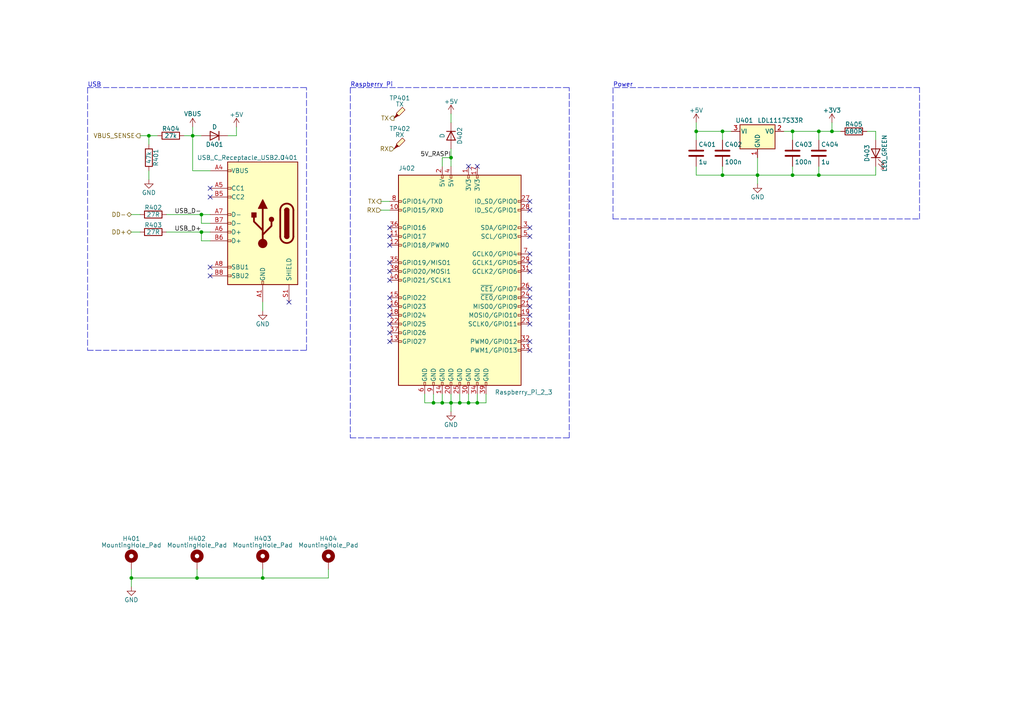
<source format=kicad_sch>
(kicad_sch (version 20211123) (generator eeschema)
  (paper "A4")
  (title_block (title "Caesar") (date "2022-08-17") (rev "2.1") (company "luhbots") (comment 1 "USB connection for uploading code") (comment 2 "Raspberry Pi connection for configuration") (comment 3 "Clean +3V3 Generation from USB or Raspberry Pi +5V"))
  (lib_symbols
    (symbol "Connector:Raspberry_Pi_2_3" (pin_names (offset 1.016))
      (property "Reference" "J" (at -17.78 31.75 0))
      (property "Value" "Raspberry_Pi_2_3" (at 10.16 -31.75 0))
      (symbol "Raspberry_Pi_2_3_0_1"
        (rectangle (start -17.78 30.48) (end 17.78 -30.48) (stroke (width 0.254)) (fill (type background)))
      )
      (symbol "Raspberry_Pi_2_3_1_1"
        (rectangle (start -16.891 -17.526) (end -17.78 -18.034))
        (rectangle (start -16.891 -14.986) (end -17.78 -15.494))
        (rectangle (start -16.891 -12.446) (end -17.78 -12.954))
        (rectangle (start -16.891 -9.906) (end -17.78 -10.414))
        (rectangle (start -16.891 -7.366) (end -17.78 -7.874))
        (rectangle (start -16.891 -4.826) (end -17.78 -5.334))
        (rectangle (start -16.891 0.254) (end -17.78 -0.254))
        (rectangle (start -16.891 2.794) (end -17.78 2.286))
        (rectangle (start -16.891 5.334) (end -17.78 4.826))
        (rectangle (start -16.891 10.414) (end -17.78 9.906))
        (rectangle (start -16.891 12.954) (end -17.78 12.446))
        (rectangle (start -16.891 15.494) (end -17.78 14.986))
        (rectangle (start -16.891 20.574) (end -17.78 20.066))
        (rectangle (start -16.891 23.114) (end -17.78 22.606))
        (rectangle (start -10.414 -29.591) (end -9.906 -30.48))
        (rectangle (start -7.874 -29.591) (end -7.366 -30.48))
        (rectangle (start -5.334 -29.591) (end -4.826 -30.48))
        (rectangle (start -5.334 30.48) (end -4.826 29.591))
        (rectangle (start -2.794 -29.591) (end -2.286 -30.48))
        (rectangle (start -2.794 30.48) (end -2.286 29.591))
        (rectangle (start -0.254 -29.591) (end 0.254 -30.48))
        (rectangle (start 2.286 -29.591) (end 2.794 -30.48))
        (rectangle (start 2.286 30.48) (end 2.794 29.591))
        (rectangle (start 4.826 -29.591) (end 5.334 -30.48))
        (rectangle (start 4.826 30.48) (end 5.334 29.591))
        (rectangle (start 7.366 -29.591) (end 7.874 -30.48))
        (rectangle (start 17.78 -20.066) (end 16.891 -20.574))
        (rectangle (start 17.78 -17.526) (end 16.891 -18.034))
        (rectangle (start 17.78 -12.446) (end 16.891 -12.954))
        (rectangle (start 17.78 -9.906) (end 16.891 -10.414))
        (rectangle (start 17.78 -7.366) (end 16.891 -7.874))
        (rectangle (start 17.78 -4.826) (end 16.891 -5.334))
        (rectangle (start 17.78 -2.286) (end 16.891 -2.794))
        (rectangle (start 17.78 2.794) (end 16.891 2.286))
        (rectangle (start 17.78 5.334) (end 16.891 4.826))
        (rectangle (start 17.78 7.874) (end 16.891 7.366))
        (rectangle (start 17.78 12.954) (end 16.891 12.446))
        (rectangle (start 17.78 15.494) (end 16.891 14.986))
        (rectangle (start 17.78 20.574) (end 16.891 20.066))
        (rectangle (start 17.78 23.114) (end 16.891 22.606))
        (pin power_in line (at 2.54 33.02 270) (length 2.54) (name "3V3") (number "1"))
        (pin bidirectional line (at -20.32 20.32 0) (length 2.54) (name "GPIO15/RXD") (number "10"))
        (pin bidirectional line (at -20.32 12.7 0) (length 2.54) (name "GPIO17") (number "11"))
        (pin bidirectional line (at -20.32 10.16 0) (length 2.54) (name "GPIO18/PWM0") (number "12"))
        (pin bidirectional line (at -20.32 -17.78 0) (length 2.54) (name "GPIO27") (number "13"))
        (pin power_in line (at -5.08 -33.02 90) (length 2.54) (name "GND") (number "14"))
        (pin bidirectional line (at -20.32 -5.08 0) (length 2.54) (name "GPIO22") (number "15"))
        (pin bidirectional line (at -20.32 -7.62 0) (length 2.54) (name "GPIO23") (number "16"))
        (pin power_in line (at 5.08 33.02 270) (length 2.54) (name "3V3") (number "17"))
        (pin bidirectional line (at -20.32 -10.16 0) (length 2.54) (name "GPIO24") (number "18"))
        (pin bidirectional line (at 20.32 -10.16 180) (length 2.54) (name "MOSI0/GPIO10") (number "19"))
        (pin power_in line (at -5.08 33.02 270) (length 2.54) (name "5V") (number "2"))
        (pin power_in line (at -2.54 -33.02 90) (length 2.54) (name "GND") (number "20"))
        (pin bidirectional line (at 20.32 -7.62 180) (length 2.54) (name "MISO0/GPIO9") (number "21"))
        (pin bidirectional line (at -20.32 -12.7 0) (length 2.54) (name "GPIO25") (number "22"))
        (pin bidirectional line (at 20.32 -12.7 180) (length 2.54) (name "SCLK0/GPIO11") (number "23"))
        (pin bidirectional line (at 20.32 -5.08 180) (length 2.54) (name "~{CE0}/GPIO8") (number "24"))
        (pin power_in line (at 0 -33.02 90) (length 2.54) (name "GND") (number "25"))
        (pin bidirectional line (at 20.32 -2.54 180) (length 2.54) (name "~{CE1}/GPIO7") (number "26"))
        (pin bidirectional line (at 20.32 22.86 180) (length 2.54) (name "ID_SD/GPIO0") (number "27"))
        (pin bidirectional line (at 20.32 20.32 180) (length 2.54) (name "ID_SC/GPIO1") (number "28"))
        (pin bidirectional line (at 20.32 5.08 180) (length 2.54) (name "GCLK1/GPIO5") (number "29"))
        (pin bidirectional line (at 20.32 15.24 180) (length 2.54) (name "SDA/GPIO2") (number "3"))
        (pin power_in line (at 2.54 -33.02 90) (length 2.54) (name "GND") (number "30"))
        (pin bidirectional line (at 20.32 2.54 180) (length 2.54) (name "GCLK2/GPIO6") (number "31"))
        (pin bidirectional line (at 20.32 -17.78 180) (length 2.54) (name "PWM0/GPIO12") (number "32"))
        (pin bidirectional line (at 20.32 -20.32 180) (length 2.54) (name "PWM1/GPIO13") (number "33"))
        (pin power_in line (at 5.08 -33.02 90) (length 2.54) (name "GND") (number "34"))
        (pin bidirectional line (at -20.32 5.08 0) (length 2.54) (name "GPIO19/MISO1") (number "35"))
        (pin bidirectional line (at -20.32 15.24 0) (length 2.54) (name "GPIO16") (number "36"))
        (pin bidirectional line (at -20.32 -15.24 0) (length 2.54) (name "GPIO26") (number "37"))
        (pin bidirectional line (at -20.32 2.54 0) (length 2.54) (name "GPIO20/MOSI1") (number "38"))
        (pin power_in line (at 7.62 -33.02 90) (length 2.54) (name "GND") (number "39"))
        (pin power_in line (at -2.54 33.02 270) (length 2.54) (name "5V") (number "4"))
        (pin bidirectional line (at -20.32 0 0) (length 2.54) (name "GPIO21/SCLK1") (number "40"))
        (pin bidirectional line (at 20.32 12.7 180) (length 2.54) (name "SCL/GPIO3") (number "5"))
        (pin power_in line (at -10.16 -33.02 90) (length 2.54) (name "GND") (number "6"))
        (pin bidirectional line (at 20.32 7.62 180) (length 2.54) (name "GCLK0/GPIO4") (number "7"))
        (pin bidirectional line (at -20.32 22.86 0) (length 2.54) (name "GPIO14/TXD") (number "8"))
        (pin power_in line (at -7.62 -33.02 90) (length 2.54) (name "GND") (number "9"))
      )
    )
    (symbol "Connector:TestPoint_Probe" (pin_numbers hide) (pin_names (offset 0.762) hide)
      (property "Reference" "TP" (at 1.651 5.842 0))
      (property "Value" "TestPoint_Probe" (at 1.651 4.064 0))
      (symbol "TestPoint_Probe_0_1"
        (polyline (pts (xy 1.27 0.762) (xy 0 0) (xy 0.762 1.27) (xy 1.27 0.762)) (fill (type outline)))
        (polyline (pts (xy 1.397 0.635) (xy 0.635 1.397) (xy 2.413 3.175) (xy 3.175 2.413) (xy 1.397 0.635)) (fill (type background)))
      )
      (symbol "TestPoint_Probe_1_1"
        (pin passive line (at 0 0 90) (length 0) (name "1") (number "1"))
      )
    )
    (symbol "Connector:USB_C_Receptacle_USB2.0" (pin_names (offset 1.016))
      (property "Reference" "J" (at -10.16 19.05 0))
      (property "Value" "USB_C_Receptacle_USB2.0" (at 19.05 19.05 0))
      (symbol "USB_C_Receptacle_USB2.0_0_0"
        (rectangle (start -0.254 -17.78) (end 0.254 -16.764))
        (rectangle (start 10.16 -14.986) (end 9.144 -15.494))
        (rectangle (start 10.16 -12.446) (end 9.144 -12.954))
        (rectangle (start 10.16 -4.826) (end 9.144 -5.334))
        (rectangle (start 10.16 -2.286) (end 9.144 -2.794))
        (rectangle (start 10.16 0.254) (end 9.144 -0.254))
        (rectangle (start 10.16 2.794) (end 9.144 2.286))
        (rectangle (start 10.16 7.874) (end 9.144 7.366))
        (rectangle (start 10.16 10.414) (end 9.144 9.906))
        (rectangle (start 10.16 15.494) (end 9.144 14.986))
      )
      (symbol "USB_C_Receptacle_USB2.0_0_1"
        (rectangle (start -10.16 17.78) (end 10.16 -17.78) (stroke (width 0.254)) (fill (type background)))
        (arc (start -8.89 -3.81) (mid -6.985 -5.715) (end -5.08 -3.81) (stroke (width 0.508)))
        (arc (start -7.62 -3.81) (mid -6.985 -4.445) (end -6.35 -3.81) (stroke (width 0.254)))
        (arc (start -7.62 -3.81) (mid -6.985 -4.445) (end -6.35 -3.81) (stroke (width 0.254)) (fill (type outline)))
        (rectangle (start -7.62 -3.81) (end -6.35 3.81) (stroke (width 0.254)) (fill (type outline)))
        (arc (start -6.35 3.81) (mid -6.985 4.445) (end -7.62 3.81) (stroke (width 0.254)))
        (arc (start -6.35 3.81) (mid -6.985 4.445) (end -7.62 3.81) (stroke (width 0.254)) (fill (type outline)))
        (arc (start -5.08 3.81) (mid -6.985 5.715) (end -8.89 3.81) (stroke (width 0.508)))
        (circle (center -2.54 1.143) (radius 0.635) (stroke (width 0.254)) (fill (type outline)))
        (circle (center 0 -5.842) (radius 1.27) (fill (type outline)))
        (polyline (pts (xy -8.89 -3.81) (xy -8.89 3.81)) (stroke (width 0.508)))
        (polyline (pts (xy -5.08 3.81) (xy -5.08 -3.81)) (stroke (width 0.508)))
        (polyline (pts (xy 0 -5.842) (xy 0 4.318)) (stroke (width 0.508)))
        (polyline (pts (xy 0 -3.302) (xy -2.54 -0.762) (xy -2.54 0.508)) (stroke (width 0.508)))
        (polyline (pts (xy 0 -2.032) (xy 2.54 0.508) (xy 2.54 1.778)) (stroke (width 0.508)))
        (polyline (pts (xy -1.27 4.318) (xy 0 6.858) (xy 1.27 4.318) (xy -1.27 4.318)) (stroke (width 0.254)) (fill (type outline)))
        (rectangle (start 1.905 1.778) (end 3.175 3.048) (stroke (width 0.254)) (fill (type outline)))
      )
      (symbol "USB_C_Receptacle_USB2.0_1_1"
        (pin passive line (at 0 -22.86 90) (length 5.08) (name "GND") (number "A1"))
        (pin passive line (at 0 -22.86 90) (length 5.08) hide (name "GND") (number "A12"))
        (pin passive line (at 15.24 15.24 180) (length 5.08) (name "VBUS") (number "A4"))
        (pin bidirectional line (at 15.24 10.16 180) (length 5.08) (name "CC1") (number "A5"))
        (pin bidirectional line (at 15.24 -2.54 180) (length 5.08) (name "D+") (number "A6"))
        (pin bidirectional line (at 15.24 2.54 180) (length 5.08) (name "D-") (number "A7"))
        (pin bidirectional line (at 15.24 -12.7 180) (length 5.08) (name "SBU1") (number "A8"))
        (pin passive line (at 15.24 15.24 180) (length 5.08) hide (name "VBUS") (number "A9"))
        (pin passive line (at 0 -22.86 90) (length 5.08) hide (name "GND") (number "B1"))
        (pin passive line (at 0 -22.86 90) (length 5.08) hide (name "GND") (number "B12"))
        (pin passive line (at 15.24 15.24 180) (length 5.08) hide (name "VBUS") (number "B4"))
        (pin bidirectional line (at 15.24 7.62 180) (length 5.08) (name "CC2") (number "B5"))
        (pin bidirectional line (at 15.24 -5.08 180) (length 5.08) (name "D+") (number "B6"))
        (pin bidirectional line (at 15.24 0 180) (length 5.08) (name "D-") (number "B7"))
        (pin bidirectional line (at 15.24 -15.24 180) (length 5.08) (name "SBU2") (number "B8"))
        (pin passive line (at 15.24 15.24 180) (length 5.08) hide (name "VBUS") (number "B9"))
        (pin passive line (at -7.62 -22.86 90) (length 5.08) (name "SHIELD") (number "S1"))
      )
    )
    (symbol "Device:C" (pin_numbers hide) (pin_names (offset 0.254))
      (property "Reference" "C" (at 0.635 2.54 0))
      (property "Value" "C" (at 0.635 -2.54 0))
      (symbol "C_0_1"
        (polyline (pts (xy -2.032 -0.762) (xy 2.032 -0.762)) (stroke (width 0.508)))
        (polyline (pts (xy -2.032 0.762) (xy 2.032 0.762)) (stroke (width 0.508)))
      )
      (symbol "C_1_1"
        (pin passive line (at 0 3.81 270) (length 2.794) (name "~") (number "1"))
        (pin passive line (at 0 -3.81 90) (length 2.794) (name "~") (number "2"))
      )
    )
    (symbol "Device:D" (pin_numbers hide) (pin_names (offset 1.016) hide)
      (property "Reference" "D" (at 0 2.54 0))
      (property "Value" "D" (at 0 -2.54 0))
      (symbol "D_0_1"
        (polyline (pts (xy -1.27 1.27) (xy -1.27 -1.27)) (stroke (width 0.254)))
        (polyline (pts (xy 1.27 0) (xy -1.27 0)))
        (polyline (pts (xy 1.27 1.27) (xy 1.27 -1.27) (xy -1.27 0) (xy 1.27 1.27)) (stroke (width 0.254)))
      )
      (symbol "D_1_1"
        (pin passive line (at -3.81 0 0) (length 2.54) (name "K") (number "1"))
        (pin passive line (at 3.81 0 180) (length 2.54) (name "A") (number "2"))
      )
    )
    (symbol "Device:LED" (pin_numbers hide) (pin_names (offset 1.016) hide)
      (property "Reference" "D" (at 0 2.54 0))
      (property "Value" "LED" (at 0 -2.54 0))
      (symbol "LED_0_1"
        (polyline (pts (xy -1.27 -1.27) (xy -1.27 1.27)) (stroke (width 0.254)))
        (polyline (pts (xy -1.27 0) (xy 1.27 0)))
        (polyline (pts (xy 1.27 -1.27) (xy 1.27 1.27) (xy -1.27 0) (xy 1.27 -1.27)) (stroke (width 0.254)))
        (polyline (pts (xy -3.048 -0.762) (xy -4.572 -2.286) (xy -3.81 -2.286) (xy -4.572 -2.286) (xy -4.572 -1.524)))
        (polyline (pts (xy -1.778 -0.762) (xy -3.302 -2.286) (xy -2.54 -2.286) (xy -3.302 -2.286) (xy -3.302 -1.524)))
      )
      (symbol "LED_1_1"
        (pin passive line (at -3.81 0 0) (length 2.54) (name "K") (number "1"))
        (pin passive line (at 3.81 0 180) (length 2.54) (name "A") (number "2"))
      )
    )
    (symbol "Device:R" (pin_numbers hide) (pin_names (offset 0))
      (property "Reference" "R" (at 2.032 0 90))
      (property "Value" "R" (at 0 0 90))
      (symbol "R_0_1"
        (rectangle (start -1.016 -2.54) (end 1.016 2.54) (stroke (width 0.254)))
      )
      (symbol "R_1_1"
        (pin passive line (at 0 3.81 270) (length 1.27) (name "~") (number "1"))
        (pin passive line (at 0 -3.81 90) (length 1.27) (name "~") (number "2"))
      )
    )
    (symbol "Mechanical:MountingHole_Pad" (pin_numbers hide) (pin_names (offset 1.016) hide)
      (property "Reference" "H" (at 0 6.35 0))
      (property "Value" "MountingHole_Pad" (at 0 4.445 0))
      (symbol "MountingHole_Pad_0_1"
        (circle (center 0 1.27) (radius 1.27) (stroke (width 1.27)))
      )
      (symbol "MountingHole_Pad_1_1"
        (pin input line (at 0 -2.54 90) (length 2.54) (name "1") (number "1"))
      )
    )
    (symbol "Regulator_Linear:LD1117S33TR_SOT223" (pin_names (offset 0.254))
      (property "Reference" "U" (at -3.81 3.175 0))
      (property "Value" "LD1117S33TR_SOT223" (at 0 3.175 0))
      (symbol "LD1117S33TR_SOT223_0_1"
        (rectangle (start -5.08 -5.08) (end 5.08 1.905) (stroke (width 0.254)) (fill (type background)))
      )
      (symbol "LD1117S33TR_SOT223_1_1"
        (pin power_in line (at 0 -7.62 90) (length 2.54) (name "GND") (number "1"))
        (pin power_out line (at 7.62 0 180) (length 2.54) (name "VO") (number "2"))
        (pin power_in line (at -7.62 0 0) (length 2.54) (name "VI") (number "3"))
      )
    )
    (symbol "power:+3V3" (power) (pin_names (offset 0))
      (property "Value" "+3V3" (at 0 3.556 0))
      (symbol "+3V3_0_1"
        (polyline (pts (xy -0.762 1.27) (xy 0 2.54)))
        (polyline (pts (xy 0 0) (xy 0 2.54)))
        (polyline (pts (xy 0 2.54) (xy 0.762 1.27)))
      )
      (symbol "+3V3_1_1"
        (pin power_in line (at 0 0 90) (length 0) hide (name "+3V3") (number "1"))
      )
    )
    (symbol "power:+5V" (power) (pin_names (offset 0))
      (property "Value" "+5V" (at 0 3.556 0))
      (symbol "+5V_0_1"
        (polyline (pts (xy -0.762 1.27) (xy 0 2.54)))
        (polyline (pts (xy 0 0) (xy 0 2.54)))
        (polyline (pts (xy 0 2.54) (xy 0.762 1.27)))
      )
      (symbol "+5V_1_1"
        (pin power_in line (at 0 0 90) (length 0) hide (name "+5V") (number "1"))
      )
    )
    (symbol "power:GND" (power) (pin_names (offset 0))
      (property "Value" "GND" (at 0 -3.81 0))
      (symbol "GND_0_1"
        (polyline (pts (xy 0 0) (xy 0 -1.27) (xy 1.27 -1.27) (xy 0 -2.54) (xy -1.27 -1.27) (xy 0 -1.27)))
      )
      (symbol "GND_1_1"
        (pin power_in line (at 0 0 270) (length 0) hide (name "GND") (number "1"))
      )
    )
    (symbol "power:VBUS" (power) (pin_names (offset 0))
      (property "Value" "VBUS" (at 0 3.81 0))
      (symbol "VBUS_0_1"
        (polyline (pts (xy -0.762 1.27) (xy 0 2.54)))
        (polyline (pts (xy 0 0) (xy 0 2.54)))
        (polyline (pts (xy 0 2.54) (xy 0.762 1.27)))
      )
      (symbol "VBUS_1_1"
        (pin power_in line (at 0 0 90) (length 0) hide (name "VBUS") (number "1"))
      )
    )
  )
  (junction (at 58.42 62.23))
  (junction (at 209.55 38.1))
  (junction (at 201.93 38.1))
  (junction (at 43.18 39.37))
  (junction (at 209.55 50.8))
  (junction (at 76.2 167.64))
  (junction (at 237.49 38.1))
  (junction (at 229.87 38.1))
  (junction (at 38.1 167.64))
  (junction (at 128.27 116.84))
  (junction (at 135.89 116.84))
  (junction (at 57.15 167.64))
  (junction (at 130.81 45.72))
  (junction (at 241.3 38.1))
  (junction (at 130.81 116.84))
  (junction (at 125.73 116.84))
  (junction (at 237.49 50.8))
  (junction (at 55.88 39.37))
  (junction (at 229.87 50.8))
  (junction (at 133.35 116.84))
  (junction (at 58.42 67.31))
  (junction (at 138.43 116.84))
  (junction (at 219.71 50.8))
  (no_connect (at 60.96 54.61))
  (no_connect (at 153.67 58.42))
  (no_connect (at 153.67 60.96))
  (no_connect (at 153.67 68.58))
  (no_connect (at 153.67 66.04))
  (no_connect (at 113.03 99.06))
  (no_connect (at 113.03 96.52))
  (no_connect (at 153.67 73.66))
  (no_connect (at 153.67 76.2))
  (no_connect (at 153.67 78.74))
  (no_connect (at 153.67 83.82))
  (no_connect (at 153.67 86.36))
  (no_connect (at 153.67 88.9))
  (no_connect (at 153.67 91.44))
  (no_connect (at 153.67 93.98))
  (no_connect (at 153.67 99.06))
  (no_connect (at 153.67 101.6))
  (no_connect (at 113.03 78.74))
  (no_connect (at 113.03 76.2))
  (no_connect (at 113.03 71.12))
  (no_connect (at 113.03 93.98))
  (no_connect (at 113.03 91.44))
  (no_connect (at 113.03 88.9))
  (no_connect (at 113.03 86.36))
  (no_connect (at 113.03 81.28))
  (no_connect (at 138.43 48.26))
  (no_connect (at 113.03 68.58))
  (no_connect (at 113.03 66.04))
  (no_connect (at 60.96 57.15))
  (no_connect (at 60.96 80.01))
  (no_connect (at 135.89 48.26))
  (no_connect (at 83.82 87.63))
  (no_connect (at 60.96 77.47))
  (wire (pts (xy 95.25 165.1) (xy 95.25 167.64)))
  (wire (pts (xy 125.73 114.3) (xy 125.73 116.84)))
  (wire (pts (xy 241.3 38.1) (xy 241.3 35.56)))
  (wire (pts (xy 135.89 114.3) (xy 135.89 116.84)))
  (wire (pts (xy 237.49 38.1) (xy 237.49 40.64)))
  (wire (pts (xy 254 38.1) (xy 251.46 38.1)))
  (wire (pts (xy 128.27 45.72) (xy 130.81 45.72)))
  (polyline (pts (xy 101.6 25.4) (xy 165.1 25.4)))
  (wire (pts (xy 55.88 39.37) (xy 55.88 49.53)))
  (wire (pts (xy 55.88 39.37) (xy 58.42 39.37)))
  (wire (pts (xy 140.97 114.3) (xy 140.97 116.84)))
  (wire (pts (xy 128.27 116.84) (xy 130.81 116.84)))
  (wire (pts (xy 229.87 50.8) (xy 237.49 50.8)))
  (wire (pts (xy 201.93 50.8) (xy 209.55 50.8)))
  (wire (pts (xy 201.93 38.1) (xy 209.55 38.1)))
  (wire (pts (xy 38.1 165.1) (xy 38.1 167.64)))
  (wire (pts (xy 130.81 116.84) (xy 130.81 119.38)))
  (wire (pts (xy 43.18 41.91) (xy 43.18 39.37)))
  (wire (pts (xy 135.89 116.84) (xy 138.43 116.84)))
  (wire (pts (xy 138.43 116.84) (xy 140.97 116.84)))
  (wire (pts (xy 219.71 45.72) (xy 219.71 50.8)))
  (wire (pts (xy 58.42 69.85) (xy 58.42 67.31)))
  (wire (pts (xy 38.1 67.31) (xy 40.64 67.31)))
  (polyline (pts (xy 165.1 127) (xy 165.1 25.4)))
  (wire (pts (xy 254 48.26) (xy 254 50.8)))
  (wire (pts (xy 38.1 167.64) (xy 38.1 170.18)))
  (wire (pts (xy 227.33 38.1) (xy 229.87 38.1)))
  (wire (pts (xy 128.27 114.3) (xy 128.27 116.84)))
  (wire (pts (xy 123.19 114.3) (xy 123.19 116.84)))
  (wire (pts (xy 229.87 48.26) (xy 229.87 50.8)))
  (wire (pts (xy 241.3 38.1) (xy 243.84 38.1)))
  (wire (pts (xy 125.73 116.84) (xy 128.27 116.84)))
  (wire (pts (xy 133.35 116.84) (xy 135.89 116.84)))
  (wire (pts (xy 219.71 50.8) (xy 229.87 50.8)))
  (polyline (pts (xy 25.4 101.6) (xy 88.9 101.6)))
  (wire (pts (xy 60.96 69.85) (xy 58.42 69.85)))
  (wire (pts (xy 110.49 58.42) (xy 113.03 58.42)))
  (wire (pts (xy 130.81 116.84) (xy 133.35 116.84)))
  (polyline (pts (xy 88.9 101.6) (xy 88.9 25.4)))
  (wire (pts (xy 130.81 114.3) (xy 130.81 116.84)))
  (wire (pts (xy 55.88 36.83) (xy 55.88 39.37)))
  (wire (pts (xy 130.81 33.02) (xy 130.81 35.56)))
  (wire (pts (xy 58.42 67.31) (xy 60.96 67.31)))
  (wire (pts (xy 201.93 40.64) (xy 201.93 38.1)))
  (wire (pts (xy 201.93 38.1) (xy 201.93 35.56)))
  (polyline (pts (xy 177.8 63.5) (xy 266.7 63.5)))
  (wire (pts (xy 53.34 39.37) (xy 55.88 39.37)))
  (wire (pts (xy 138.43 114.3) (xy 138.43 116.84)))
  (wire (pts (xy 68.58 39.37) (xy 66.04 39.37)))
  (wire (pts (xy 95.25 167.64) (xy 76.2 167.64)))
  (wire (pts (xy 40.64 39.37) (xy 43.18 39.37)))
  (wire (pts (xy 209.55 38.1) (xy 209.55 40.64)))
  (polyline (pts (xy 266.7 25.4) (xy 177.8 25.4)))
  (wire (pts (xy 123.19 116.84) (xy 125.73 116.84)))
  (wire (pts (xy 254 40.64) (xy 254 38.1)))
  (polyline (pts (xy 25.4 25.4) (xy 88.9 25.4)))
  (wire (pts (xy 201.93 48.26) (xy 201.93 50.8)))
  (wire (pts (xy 130.81 45.72) (xy 130.81 48.26)))
  (polyline (pts (xy 177.8 25.4) (xy 177.8 63.5)))
  (wire (pts (xy 55.88 49.53) (xy 60.96 49.53)))
  (wire (pts (xy 229.87 38.1) (xy 237.49 38.1)))
  (wire (pts (xy 76.2 165.1) (xy 76.2 167.64)))
  (wire (pts (xy 209.55 48.26) (xy 209.55 50.8)))
  (wire (pts (xy 110.49 60.96) (xy 113.03 60.96)))
  (wire (pts (xy 209.55 38.1) (xy 212.09 38.1)))
  (polyline (pts (xy 101.6 127) (xy 165.1 127)))
  (wire (pts (xy 58.42 64.77) (xy 58.42 62.23)))
  (wire (pts (xy 43.18 39.37) (xy 45.72 39.37)))
  (wire (pts (xy 38.1 62.23) (xy 40.64 62.23)))
  (wire (pts (xy 209.55 50.8) (xy 219.71 50.8)))
  (wire (pts (xy 57.15 167.64) (xy 38.1 167.64)))
  (wire (pts (xy 76.2 167.64) (xy 57.15 167.64)))
  (wire (pts (xy 58.42 62.23) (xy 60.96 62.23)))
  (wire (pts (xy 60.96 64.77) (xy 58.42 64.77)))
  (wire (pts (xy 130.81 43.18) (xy 130.81 45.72)))
  (polyline (pts (xy 101.6 25.4) (xy 101.6 127)))
  (polyline (pts (xy 266.7 63.5) (xy 266.7 25.4)))
  (wire (pts (xy 237.49 50.8) (xy 237.49 48.26)))
  (polyline (pts (xy 25.4 25.4) (xy 25.4 101.6)))
  (wire (pts (xy 43.18 49.53) (xy 43.18 52.07)))
  (wire (pts (xy 254 50.8) (xy 237.49 50.8)))
  (wire (pts (xy 48.26 62.23) (xy 58.42 62.23)))
  (wire (pts (xy 133.35 114.3) (xy 133.35 116.84)))
  (wire (pts (xy 229.87 38.1) (xy 229.87 40.64)))
  (wire (pts (xy 48.26 67.31) (xy 58.42 67.31)))
  (wire (pts (xy 57.15 165.1) (xy 57.15 167.64)))
  (wire (pts (xy 68.58 36.83) (xy 68.58 39.37)))
  (wire (pts (xy 76.2 87.63) (xy 76.2 90.17)))
  (wire (pts (xy 237.49 38.1) (xy 241.3 38.1)))
  (wire (pts (xy 219.71 50.8) (xy 219.71 53.34)))
  (wire (pts (xy 128.27 48.26) (xy 128.27 45.72)))
  (text "USB" (at 25.4 25.4 0) (effects (font (size 1.27 1.27)) (justify left bottom)))
  (text "Power" (at 177.8 25.4 0) (effects (font (size 1.27 1.27)) (justify left bottom)))
  (text "Raspberry Pi" (at 101.6 25.4 0) (effects (font (size 1.27 1.27)) (justify left bottom)))
  (label "USB_D+" (at 58.42 67.31 180))
  (label "5V_RASPI" (at 130.81 45.72 180))
  (label "USB_D-" (at 58.42 62.23 180))
  (hierarchical_label "TX" (shape output) (at 110.49 58.42 180))
  (hierarchical_label "VBUS_SENSE" (shape output) (at 40.64 39.37 180))
  (hierarchical_label "RX" (shape input) (at 114.3 43.18 180))
  (hierarchical_label "DD-" (shape bidirectional) (at 38.1 62.23 180))
  (hierarchical_label "RX" (shape input) (at 110.49 60.96 180))
  (hierarchical_label "DD+" (shape bidirectional) (at 38.1 67.31 180))
  (hierarchical_label "TX" (shape output) (at 114.3 34.29 180))
  (symbol (lib_id "Mechanical:MountingHole_Pad") (at 38.1 162.56 0) (unit 1) (in_bom no)
    (property "Reference" "H401" (at 38.1 156.21 0))
    (property "Value" "MountingHole_Pad" (at 38.1 158.115 0))
    (property "Footprint" "MountingHole:MountingHole_2.7mm_M2.5_DIN965_Pad" (effects hide))
  )
  (symbol (lib_id "power:GND") (at 38.1 170.18 0) (unit 1)
    (property "Reference" "#PWR0106" (effects hide))
    (property "Value" "GND" (at 38.1 173.99 0))
  )
  (symbol (lib_id "Device:C") (at 209.55 44.45 0) (unit 1)
    (property "Reference" "C402" (at 210.185 41.91 0) (effects (justify left)))
    (property "Value" "100n" (at 210.185 46.99 0) (effects (justify left)))
    (property "Footprint" "Capacitor_SMD:C_0402_1005Metric" (effects hide))
  )
  (symbol (lib_id "power:+5V") (at 68.58 36.83 0) (unit 1)
    (property "Reference" "#PWR0403" (effects hide))
    (property "Value" "+5V" (at 68.58 33.274 0))
  )
  (symbol (lib_id "Device:R") (at 43.18 45.72 0) (unit 1)
    (property "Reference" "R401" (at 45.212 45.72 90))
    (property "Value" "47k" (at 43.18 45.72 90))
    (property "Footprint" "Resistor_SMD:R_0402_1005Metric" (effects hide))
  )
  (symbol (lib_id "power:+5V") (at 130.81 33.02 0) (unit 1)
    (property "Reference" "#PWR0406" (effects hide))
    (property "Value" "+5V" (at 130.81 29.464 0))
  )
  (symbol (lib_id "Mechanical:MountingHole_Pad") (at 76.2 162.56 0) (unit 1) (in_bom no)
    (property "Reference" "H403" (at 76.2 156.21 0))
    (property "Value" "MountingHole_Pad" (at 76.2 158.115 0))
    (property "Footprint" "MountingHole:MountingHole_2.7mm_M2.5_DIN965_Pad" (effects hide))
  )
  (symbol (lib_id "Connector:Raspberry_Pi_2_3") (at 133.35 81.28 0) (unit 1)
    (property "Reference" "J402" (at 115.57 49.53 0) (effects (justify left bottom)))
    (property "Value" "Raspberry_Pi_2_3" (at 143.51 113.03 0) (effects (justify left top)))
    (property "Footprint" "Connector_PinSocket_2.54mm:PinSocket_2x20_P2.54mm_Vertical" (effects hide))
    (property "Datasheet" "https://www.raspberrypi.org/documentation/hardware/raspberrypi/schematics/rpi_SCH_3bplus_1p0_reduced.pdf" (effects hide))
  )
  (symbol (lib_id "power:+3V3") (at 241.3 35.56 0) (unit 1)
    (property "Reference" "#PWR0410" (effects hide))
    (property "Value" "+3V3" (at 241.3 32.004 0))
  )
  (symbol (lib_id "Device:R") (at 44.45 67.31 90) (unit 1)
    (property "Reference" "R403" (at 44.45 65.278 90))
    (property "Value" "27R" (at 44.45 67.31 90))
    (property "Footprint" "Resistor_SMD:R_0402_1005Metric" (effects hide))
  )
  (symbol (lib_id "Device:LED") (at 254 44.45 90) (unit 1)
    (property "Reference" "D403" (at 251.46 44.45 0))
    (property "Value" "LED_GREEN" (at 256.54 44.45 0))
    (property "Footprint" "LED_SMD:LED_0603_1608Metric" (effects hide))
  )
  (symbol (lib_id "power:VBUS") (at 55.88 36.83 0) (unit 1)
    (property "Reference" "#PWR0402" (effects hide))
    (property "Value" "VBUS" (at 55.88 33.02 0))
  )
  (symbol (lib_id "power:GND") (at 130.81 119.38 0) (unit 1)
    (property "Reference" "#PWR0407" (effects hide))
    (property "Value" "GND" (at 130.81 123.19 0))
  )
  (symbol (lib_id "power:GND") (at 76.2 90.17 0) (unit 1)
    (property "Reference" "#PWR0404" (effects hide))
    (property "Value" "GND" (at 76.2 93.98 0))
  )
  (symbol (lib_id "Connector:USB_C_Receptacle_USB2.0") (at 76.2 64.77 0) (mirror y) (unit 1)
    (property "Reference" "J401" (at 86.36 45.72 0) (effects (justify left)))
    (property "Value" "USB_C_Receptacle_USB2.0" (at 57.15 45.72 0) (effects (justify right)))
    (property "Footprint" "Connector_USB:USB_C_Receptacle_GCT_USB4085" (effects hide))
    (property "Datasheet" "https://www.usb.org/sites/default/files/documents/usb_type-c.zip" (effects hide))
  )
  (symbol (lib_id "Device:R") (at 49.53 39.37 90) (unit 1)
    (property "Reference" "R404" (at 49.53 37.338 90))
    (property "Value" "27k" (at 49.53 39.37 90))
    (property "Footprint" "Resistor_SMD:R_0402_1005Metric" (effects hide))
  )
  (symbol (lib_id "power:+5V") (at 201.93 35.56 0) (unit 1)
    (property "Reference" "#PWR0408" (effects hide))
    (property "Value" "+5V" (at 201.93 32.004 0))
  )
  (symbol (lib_id "Connector:TestPoint_Probe") (at 114.3 34.29 0) (unit 1)
    (property "Reference" "TP401" (at 115.951 28.448 0))
    (property "Value" "TX" (at 115.951 30.226 0))
    (property "Footprint" "TestPoint:TestPoint_Pad_D1.0mm" (effects hide))
  )
  (symbol (lib_id "Mechanical:MountingHole_Pad") (at 95.25 162.56 0) (unit 1) (in_bom no)
    (property "Reference" "H404" (at 95.25 156.21 0))
    (property "Value" "MountingHole_Pad" (at 95.25 158.115 0))
    (property "Footprint" "MountingHole:MountingHole_2.7mm_M2.5_DIN965_Pad" (effects hide))
  )
  (symbol (lib_id "power:GND") (at 43.18 52.07 0) (unit 1)
    (property "Reference" "#PWR0401" (effects hide))
    (property "Value" "GND" (at 43.18 55.88 0))
  )
  (symbol (lib_id "Device:D") (at 130.81 39.37 270) (unit 1)
    (property "Reference" "D402" (at 133.35 39.37 0))
    (property "Value" "D" (at 128.27 39.37 0))
    (property "Footprint" "Diode_SMD:D_SOD-323" (effects hide))
  )
  (symbol (lib_id "Device:R") (at 44.45 62.23 90) (unit 1)
    (property "Reference" "R402" (at 44.45 60.198 90))
    (property "Value" "27R" (at 44.45 62.23 90))
    (property "Footprint" "Resistor_SMD:R_0402_1005Metric" (effects hide))
  )
  (symbol (lib_id "Device:C") (at 229.87 44.45 0) (unit 1)
    (property "Reference" "C403" (at 230.505 41.91 0) (effects (justify left)))
    (property "Value" "100n" (at 230.505 46.99 0) (effects (justify left)))
    (property "Footprint" "Capacitor_SMD:C_0402_1005Metric" (effects hide))
  )
  (symbol (lib_id "Device:D") (at 62.23 39.37 180) (unit 1)
    (property "Reference" "D401" (at 62.23 41.91 0))
    (property "Value" "D" (at 62.23 36.83 0))
    (property "Footprint" "Diode_SMD:D_SOD-323" (effects hide))
  )
  (symbol (lib_id "Device:R") (at 247.65 38.1 90) (unit 1)
    (property "Reference" "R405" (at 247.65 36.068 90))
    (property "Value" "680R" (at 247.65 38.1 90))
    (property "Footprint" "Resistor_SMD:R_0402_1005Metric" (effects hide))
  )
  (symbol (lib_id "Connector:TestPoint_Probe") (at 114.3 43.18 0) (unit 1)
    (property "Reference" "TP402" (at 115.951 37.338 0))
    (property "Value" "RX" (at 115.951 39.116 0))
    (property "Footprint" "TestPoint:TestPoint_Pad_D1.0mm" (effects hide))
  )
  (symbol (lib_id "power:GND") (at 219.71 53.34 0) (unit 1)
    (property "Reference" "#PWR0409" (effects hide))
    (property "Value" "GND" (at 219.71 57.15 0))
  )
  (symbol (lib_id "Mechanical:MountingHole_Pad") (at 57.15 162.56 0) (unit 1) (in_bom no)
    (property "Reference" "H402" (at 57.15 156.21 0))
    (property "Value" "MountingHole_Pad" (at 57.15 158.115 0))
    (property "Footprint" "MountingHole:MountingHole_2.7mm_M2.5_DIN965_Pad" (effects hide))
  )
  (symbol (lib_id "Regulator_Linear:LD1117S33TR_SOT223") (at 219.71 38.1 0) (unit 1)
    (property "Reference" "U401" (at 215.9 34.925 0))
    (property "Value" "LDL1117S33R" (at 219.71 34.925 0) (effects (justify left)))
    (property "Footprint" "Package_TO_SOT_SMD:SOT-223-3_TabPin2" (effects hide))
    (property "Datasheet" "http://www.st.com/st-web-ui/static/active/en/resource/technical/document/datasheet/CD00000544.pdf" (effects hide))
  )
  (symbol (lib_id "Device:C") (at 237.49 44.45 0) (unit 1)
    (property "Reference" "C404" (at 238.125 41.91 0) (effects (justify left)))
    (property "Value" "1u" (at 238.125 46.99 0) (effects (justify left)))
    (property "Footprint" "Capacitor_SMD:C_0402_1005Metric" (effects hide))
  )
  (symbol (lib_id "Device:C") (at 201.93 44.45 0) (unit 1)
    (property "Reference" "C401" (at 202.565 41.91 0) (effects (justify left)))
    (property "Value" "1u" (at 202.565 46.99 0) (effects (justify left)))
    (property "Footprint" "Capacitor_SMD:C_0402_1005Metric" (effects hide))
  )
)
</source>
